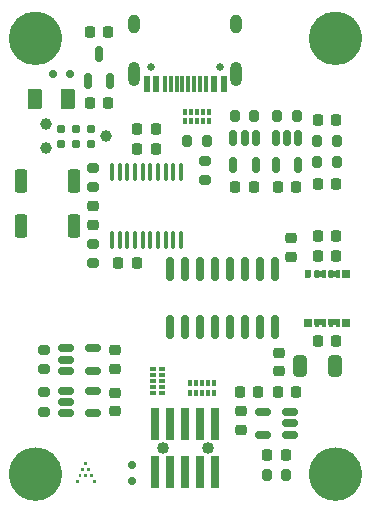
<source format=gts>
%TF.GenerationSoftware,KiCad,Pcbnew,9.0.6*%
%TF.CreationDate,2026-01-06T09:07:41+09:00*%
%TF.ProjectId,VVDAP,56564441-502e-46b6-9963-61645f706362,rev?*%
%TF.SameCoordinates,Original*%
%TF.FileFunction,Soldermask,Top*%
%TF.FilePolarity,Negative*%
%FSLAX46Y46*%
G04 Gerber Fmt 4.6, Leading zero omitted, Abs format (unit mm)*
G04 Created by KiCad (PCBNEW 9.0.6) date 2026-01-06 09:07:41*
%MOMM*%
%LPD*%
G01*
G04 APERTURE LIST*
G04 Aperture macros list*
%AMRoundRect*
0 Rectangle with rounded corners*
0 $1 Rounding radius*
0 $2 $3 $4 $5 $6 $7 $8 $9 X,Y pos of 4 corners*
0 Add a 4 corners polygon primitive as box body*
4,1,4,$2,$3,$4,$5,$6,$7,$8,$9,$2,$3,0*
0 Add four circle primitives for the rounded corners*
1,1,$1+$1,$2,$3*
1,1,$1+$1,$4,$5*
1,1,$1+$1,$6,$7*
1,1,$1+$1,$8,$9*
0 Add four rect primitives between the rounded corners*
20,1,$1+$1,$2,$3,$4,$5,0*
20,1,$1+$1,$4,$5,$6,$7,0*
20,1,$1+$1,$6,$7,$8,$9,0*
20,1,$1+$1,$8,$9,$2,$3,0*%
%AMFreePoly0*
4,1,18,-0.287500,0.312500,-0.285597,0.322067,-0.280178,0.330178,-0.272067,0.335597,-0.262500,0.337500,0.262500,0.337500,0.272067,0.335597,0.280178,0.330178,0.285597,0.322067,0.287500,0.312500,0.287500,-0.193750,0.143750,-0.337500,-0.262500,-0.337500,-0.272067,-0.335597,-0.280178,-0.330178,-0.285597,-0.322067,-0.287500,-0.312500,-0.287500,0.312500,-0.287500,0.312500,$1*%
G04 Aperture macros list end*
%ADD10C,2.250000*%
%ADD11RoundRect,0.225000X0.225000X0.250000X-0.225000X0.250000X-0.225000X-0.250000X0.225000X-0.250000X0*%
%ADD12RoundRect,0.200000X-0.275000X0.200000X-0.275000X-0.200000X0.275000X-0.200000X0.275000X0.200000X0*%
%ADD13C,2.200000*%
%ADD14FreePoly0,0.000000*%
%ADD15RoundRect,0.025000X-0.262500X-0.312500X0.262500X-0.312500X0.262500X0.312500X-0.262500X0.312500X0*%
%ADD16RoundRect,0.025000X-0.125000X-0.312500X0.125000X-0.312500X0.125000X0.312500X-0.125000X0.312500X0*%
%ADD17RoundRect,0.025000X-0.425000X-0.250000X0.425000X-0.250000X0.425000X0.250000X-0.425000X0.250000X0*%
%ADD18RoundRect,0.150000X0.200000X-0.150000X0.200000X0.150000X-0.200000X0.150000X-0.200000X-0.150000X0*%
%ADD19RoundRect,0.250000X0.275000X0.750000X-0.275000X0.750000X-0.275000X-0.750000X0.275000X-0.750000X0*%
%ADD20RoundRect,0.200000X-0.200000X-0.275000X0.200000X-0.275000X0.200000X0.275000X-0.200000X0.275000X0*%
%ADD21RoundRect,0.225000X-0.225000X-0.250000X0.225000X-0.250000X0.225000X0.250000X-0.225000X0.250000X0*%
%ADD22RoundRect,0.075000X0.200000X-0.075000X0.200000X0.075000X-0.200000X0.075000X-0.200000X-0.075000X0*%
%ADD23RoundRect,0.150000X-0.512500X-0.150000X0.512500X-0.150000X0.512500X0.150000X-0.512500X0.150000X0*%
%ADD24RoundRect,0.150000X-0.150000X0.825000X-0.150000X-0.825000X0.150000X-0.825000X0.150000X0.825000X0*%
%ADD25RoundRect,0.250000X-0.375000X-0.625000X0.375000X-0.625000X0.375000X0.625000X-0.375000X0.625000X0*%
%ADD26RoundRect,0.075000X0.075000X0.200000X-0.075000X0.200000X-0.075000X-0.200000X0.075000X-0.200000X0*%
%ADD27C,1.020000*%
%ADD28RoundRect,0.050000X-0.320000X-1.345000X0.320000X-1.345000X0.320000X1.345000X-0.320000X1.345000X0*%
%ADD29RoundRect,0.225000X-0.250000X0.225000X-0.250000X-0.225000X0.250000X-0.225000X0.250000X0.225000X0*%
%ADD30RoundRect,0.150000X-0.150000X-0.200000X0.150000X-0.200000X0.150000X0.200000X-0.150000X0.200000X0*%
%ADD31C,0.990600*%
%ADD32C,0.787400*%
%ADD33RoundRect,0.218750X-0.218750X-0.256250X0.218750X-0.256250X0.218750X0.256250X-0.218750X0.256250X0*%
%ADD34RoundRect,0.150000X0.512500X0.150000X-0.512500X0.150000X-0.512500X-0.150000X0.512500X-0.150000X0*%
%ADD35RoundRect,0.075000X-0.075000X-0.200000X0.075000X-0.200000X0.075000X0.200000X-0.075000X0.200000X0*%
%ADD36RoundRect,0.150000X-0.150000X0.512500X-0.150000X-0.512500X0.150000X-0.512500X0.150000X0.512500X0*%
%ADD37RoundRect,0.200000X0.275000X-0.200000X0.275000X0.200000X-0.275000X0.200000X-0.275000X-0.200000X0*%
%ADD38RoundRect,0.100000X0.100000X-0.637500X0.100000X0.637500X-0.100000X0.637500X-0.100000X-0.637500X0*%
%ADD39RoundRect,0.200000X0.200000X0.275000X-0.200000X0.275000X-0.200000X-0.275000X0.200000X-0.275000X0*%
%ADD40RoundRect,0.225000X0.250000X-0.225000X0.250000X0.225000X-0.250000X0.225000X-0.250000X-0.225000X0*%
%ADD41RoundRect,0.250000X0.325000X0.650000X-0.325000X0.650000X-0.325000X-0.650000X0.325000X-0.650000X0*%
%ADD42C,0.650000*%
%ADD43R,0.600000X1.450000*%
%ADD44R,0.300000X1.450000*%
%ADD45O,1.000000X2.100000*%
%ADD46O,1.000000X1.600000*%
%ADD47RoundRect,0.150000X0.150000X-0.512500X0.150000X0.512500X-0.150000X0.512500X-0.150000X-0.512500X0*%
%ADD48RoundRect,0.250000X-0.275000X-0.750000X0.275000X-0.750000X0.275000X0.750000X-0.275000X0.750000X0*%
G04 APERTURE END LIST*
D10*
X68425000Y-79200000D02*
G75*
G02*
X66175000Y-79200000I-1125000J0D01*
G01*
X66175000Y-79200000D02*
G75*
G02*
X68425000Y-79200000I1125000J0D01*
G01*
X93825000Y-79200000D02*
G75*
G02*
X91575000Y-79200000I-1125000J0D01*
G01*
X91575000Y-79200000D02*
G75*
G02*
X93825000Y-79200000I1125000J0D01*
G01*
G36*
X71950000Y-79200000D02*
G01*
X72200000Y-79200000D01*
X72200000Y-79450000D01*
X71950000Y-79450000D01*
X71950000Y-79200000D01*
G37*
X93825000Y-42300000D02*
G75*
G02*
X91575000Y-42300000I-1125000J0D01*
G01*
X91575000Y-42300000D02*
G75*
G02*
X93825000Y-42300000I1125000J0D01*
G01*
G36*
X71450000Y-78200000D02*
G01*
X71700000Y-78200000D01*
X71700000Y-78450000D01*
X71450000Y-78450000D01*
X71450000Y-78200000D01*
G37*
X68425000Y-42300000D02*
G75*
G02*
X66175000Y-42300000I-1125000J0D01*
G01*
X66175000Y-42300000D02*
G75*
G02*
X68425000Y-42300000I1125000J0D01*
G01*
G36*
X71200000Y-78700000D02*
G01*
X71450000Y-78700000D01*
X71450000Y-78950000D01*
X71200000Y-78950000D01*
X71200000Y-78700000D01*
G37*
G36*
X71700000Y-78700000D02*
G01*
X71950000Y-78700000D01*
X71950000Y-78950000D01*
X71700000Y-78950000D01*
X71700000Y-78700000D01*
G37*
G36*
X71450000Y-79200000D02*
G01*
X71700000Y-79200000D01*
X71700000Y-79450000D01*
X71450000Y-79450000D01*
X71450000Y-79200000D01*
G37*
G36*
X70700000Y-79700000D02*
G01*
X70950000Y-79700000D01*
X70950000Y-79950000D01*
X70700000Y-79950000D01*
X70700000Y-79700000D01*
G37*
G36*
X70950000Y-79200000D02*
G01*
X71200000Y-79200000D01*
X71200000Y-79450000D01*
X70950000Y-79450000D01*
X70950000Y-79200000D01*
G37*
G36*
X72200000Y-79700000D02*
G01*
X72450000Y-79700000D01*
X72450000Y-79950000D01*
X72200000Y-79950000D01*
X72200000Y-79700000D01*
G37*
D11*
%TO.C,C7*%
X89375000Y-54900000D03*
X87825000Y-54900000D03*
%TD*%
D12*
%TO.C,R10*%
X68000000Y-68675000D03*
X68000000Y-70325000D03*
%TD*%
D13*
%TO.C,REF\u002A\u002A*%
X67300000Y-79200000D03*
%TD*%
D14*
%TO.C,U11*%
X90362500Y-62212500D03*
D15*
X90362500Y-66387500D03*
D16*
X91100000Y-66387500D03*
D17*
X91400000Y-66325000D03*
D16*
X91700000Y-66387500D03*
X92300000Y-66387500D03*
D17*
X92600000Y-66325000D03*
D16*
X92900000Y-66387500D03*
D15*
X93637500Y-66387500D03*
X93637500Y-62212500D03*
D16*
X92900000Y-62212500D03*
X92300000Y-62212500D03*
D17*
X92600000Y-62275000D03*
D16*
X91700000Y-62212500D03*
X91100000Y-62212500D03*
D17*
X91400000Y-62275000D03*
%TD*%
D18*
%TO.C,D4*%
X75500000Y-78400000D03*
X75500000Y-79800000D03*
%TD*%
D19*
%TO.C,SW2*%
X70525000Y-58200000D03*
X66075000Y-58200000D03*
%TD*%
D20*
%TO.C,R3*%
X91175000Y-51000000D03*
X92825000Y-51000000D03*
%TD*%
D13*
%TO.C,REF\u002A\u002A*%
X92700000Y-79200000D03*
%TD*%
D21*
%TO.C,C10*%
X71925000Y-41800000D03*
X73475000Y-41800000D03*
%TD*%
D22*
%TO.C,U4*%
X77985000Y-72300000D03*
X77985000Y-71800000D03*
X77985000Y-71300000D03*
X77985000Y-70800000D03*
X77985000Y-70300000D03*
X77215000Y-70300000D03*
X77215000Y-70800000D03*
X77215000Y-71300000D03*
X77215000Y-71800000D03*
X77215000Y-72300000D03*
%TD*%
D11*
%TO.C,C6*%
X85775000Y-54900000D03*
X84225000Y-54900000D03*
%TD*%
D20*
%TO.C,R11*%
X86875000Y-79300000D03*
X88525000Y-79300000D03*
%TD*%
%TO.C,R4*%
X91175000Y-52800000D03*
X92825000Y-52800000D03*
%TD*%
D12*
%TO.C,R2*%
X72200000Y-59675000D03*
X72200000Y-61325000D03*
%TD*%
D23*
%TO.C,U10*%
X69862500Y-72150000D03*
X69862500Y-73100000D03*
X69862500Y-74050000D03*
X72137500Y-74050000D03*
X72137500Y-72150000D03*
%TD*%
D21*
%TO.C,C8*%
X75925000Y-50000000D03*
X77475000Y-50000000D03*
%TD*%
D23*
%TO.C,U7*%
X69862500Y-68550000D03*
X69862500Y-69500000D03*
X69862500Y-70450000D03*
X72137500Y-70450000D03*
X72137500Y-68550000D03*
%TD*%
D11*
%TO.C,C17*%
X88475000Y-77600000D03*
X86925000Y-77600000D03*
%TD*%
D21*
%TO.C,C1*%
X75925000Y-51700000D03*
X77475000Y-51700000D03*
%TD*%
D13*
%TO.C,REF\u002A\u002A*%
X67300000Y-42300000D03*
%TD*%
D24*
%TO.C,U12*%
X87545000Y-61825000D03*
X86275000Y-61825000D03*
X85005000Y-61825000D03*
X83735000Y-61825000D03*
X82465000Y-61825000D03*
X81195000Y-61825000D03*
X79925000Y-61825000D03*
X78655000Y-61825000D03*
X78655000Y-66775000D03*
X79925000Y-66775000D03*
X81195000Y-66775000D03*
X82465000Y-66775000D03*
X83735000Y-66775000D03*
X85005000Y-66775000D03*
X86275000Y-66775000D03*
X87545000Y-66775000D03*
%TD*%
D25*
%TO.C,F1*%
X67300000Y-47400000D03*
X70100000Y-47400000D03*
%TD*%
D26*
%TO.C,U3*%
X82400000Y-71515000D03*
X81900000Y-71515000D03*
X81400000Y-71515000D03*
X80900000Y-71515000D03*
X80400000Y-71515000D03*
X80400000Y-72285000D03*
X80900000Y-72285000D03*
X81400000Y-72285000D03*
X81900000Y-72285000D03*
X82400000Y-72285000D03*
%TD*%
D13*
%TO.C,REF\u002A\u002A*%
X92700000Y-42300000D03*
%TD*%
D27*
%TO.C,J1*%
X78095000Y-77000000D03*
X81905000Y-77000000D03*
D28*
X77460000Y-79035000D03*
X77460000Y-74965000D03*
X78730000Y-79038000D03*
X78730000Y-74968000D03*
X80000000Y-79038000D03*
X80000000Y-74968000D03*
X81270000Y-79038000D03*
X81270000Y-74968000D03*
X82540000Y-79038000D03*
X82540000Y-74968000D03*
%TD*%
D29*
%TO.C,C3*%
X72200000Y-56525000D03*
X72200000Y-58075000D03*
%TD*%
%TO.C,C5*%
X87900000Y-68925000D03*
X87900000Y-70475000D03*
%TD*%
D30*
%TO.C,D3*%
X70200000Y-45300000D03*
X68800000Y-45300000D03*
%TD*%
D21*
%TO.C,C15*%
X84625000Y-72200000D03*
X86175000Y-72200000D03*
%TD*%
D31*
%TO.C,J5*%
X73240000Y-50600000D03*
X68160000Y-51616000D03*
X68160000Y-49584000D03*
D32*
X71970000Y-49965000D03*
X71970000Y-51235000D03*
X70700000Y-49965000D03*
X70700000Y-51235000D03*
X69430000Y-49965000D03*
X69430000Y-51235000D03*
%TD*%
D33*
%TO.C,D1*%
X91212500Y-49200000D03*
X92787500Y-49200000D03*
%TD*%
D29*
%TO.C,C18*%
X84700000Y-73875000D03*
X84700000Y-75425000D03*
%TD*%
D34*
%TO.C,U13*%
X88837500Y-75850000D03*
X88837500Y-74900000D03*
X88837500Y-73950000D03*
X86562500Y-73950000D03*
X86562500Y-75850000D03*
%TD*%
D35*
%TO.C,U8*%
X80000000Y-49285000D03*
X80500000Y-49285000D03*
X81000000Y-49285000D03*
X81500000Y-49285000D03*
X82000000Y-49285000D03*
X82000000Y-48515000D03*
X81500000Y-48515000D03*
X81000000Y-48515000D03*
X80500000Y-48515000D03*
X80000000Y-48515000D03*
%TD*%
D29*
%TO.C,C11*%
X74000000Y-68725000D03*
X74000000Y-70275000D03*
%TD*%
D36*
%TO.C,U9*%
X85955000Y-50747500D03*
X85005000Y-50747500D03*
X84055000Y-50747500D03*
X84055000Y-53022500D03*
X85955000Y-53022500D03*
%TD*%
D11*
%TO.C,C20*%
X92775000Y-67900000D03*
X91225000Y-67900000D03*
%TD*%
D37*
%TO.C,R9*%
X68000000Y-73925000D03*
X68000000Y-72275000D03*
%TD*%
D11*
%TO.C,C9*%
X73475000Y-47800000D03*
X71925000Y-47800000D03*
%TD*%
D38*
%TO.C,U1*%
X73775000Y-59375000D03*
X74425000Y-59375000D03*
X75075000Y-59375000D03*
X75725000Y-59375000D03*
X76375000Y-59375000D03*
X77025000Y-59375000D03*
X77675000Y-59375000D03*
X78325000Y-59375000D03*
X78975000Y-59375000D03*
X79625000Y-59375000D03*
X79625000Y-53650000D03*
X78975000Y-53650000D03*
X78325000Y-53650000D03*
X77675000Y-53650000D03*
X77025000Y-53650000D03*
X76375000Y-53650000D03*
X75725000Y-53650000D03*
X75075000Y-53650000D03*
X74425000Y-53650000D03*
X73775000Y-53650000D03*
%TD*%
D11*
%TO.C,C19*%
X92775000Y-60700000D03*
X91225000Y-60700000D03*
%TD*%
D20*
%TO.C,R8*%
X84175000Y-48900000D03*
X85825000Y-48900000D03*
%TD*%
D39*
%TO.C,R6*%
X81825000Y-51000000D03*
X80175000Y-51000000D03*
%TD*%
D12*
%TO.C,R1*%
X72200000Y-53275000D03*
X72200000Y-54925000D03*
%TD*%
D40*
%TO.C,C4*%
X88900000Y-60775000D03*
X88900000Y-59225000D03*
%TD*%
D11*
%TO.C,C2*%
X75875000Y-61300000D03*
X74325000Y-61300000D03*
%TD*%
%TO.C,C16*%
X89375000Y-72200000D03*
X87825000Y-72200000D03*
%TD*%
D12*
%TO.C,R5*%
X81700000Y-52675000D03*
X81700000Y-54325000D03*
%TD*%
D11*
%TO.C,C13*%
X92775000Y-59000000D03*
X91225000Y-59000000D03*
%TD*%
D41*
%TO.C,C14*%
X92675000Y-70000000D03*
X89725000Y-70000000D03*
%TD*%
D36*
%TO.C,U5*%
X89550000Y-50762500D03*
X88600000Y-50762500D03*
X87650000Y-50762500D03*
X87650000Y-53037500D03*
X89550000Y-53037500D03*
%TD*%
D42*
%TO.C,J2*%
X82890000Y-44755000D03*
X77110000Y-44755000D03*
D43*
X83250000Y-46200000D03*
X82450000Y-46200000D03*
D44*
X81250000Y-46200000D03*
X80250000Y-46200000D03*
X79750000Y-46200000D03*
X78750000Y-46200000D03*
D43*
X77550000Y-46200000D03*
X76750000Y-46200000D03*
X76750000Y-46200000D03*
X77550000Y-46200000D03*
D44*
X78250000Y-46200000D03*
X79250000Y-46200000D03*
X80750000Y-46200000D03*
X81750000Y-46200000D03*
D43*
X82450000Y-46200000D03*
X83250000Y-46200000D03*
D45*
X84320000Y-45285000D03*
D46*
X84320000Y-41105000D03*
D45*
X75680000Y-45285000D03*
D46*
X75680000Y-41105000D03*
%TD*%
D29*
%TO.C,C12*%
X74000000Y-72325000D03*
X74000000Y-73875000D03*
%TD*%
D47*
%TO.C,U6*%
X71750000Y-45937500D03*
X73650000Y-45937500D03*
X72700000Y-43662500D03*
%TD*%
D39*
%TO.C,R7*%
X89425000Y-48900000D03*
X87775000Y-48900000D03*
%TD*%
D33*
%TO.C,D2*%
X91212500Y-54600000D03*
X92787500Y-54600000D03*
%TD*%
D48*
%TO.C,SW1*%
X66075000Y-54400000D03*
X70525000Y-54400000D03*
%TD*%
M02*

</source>
